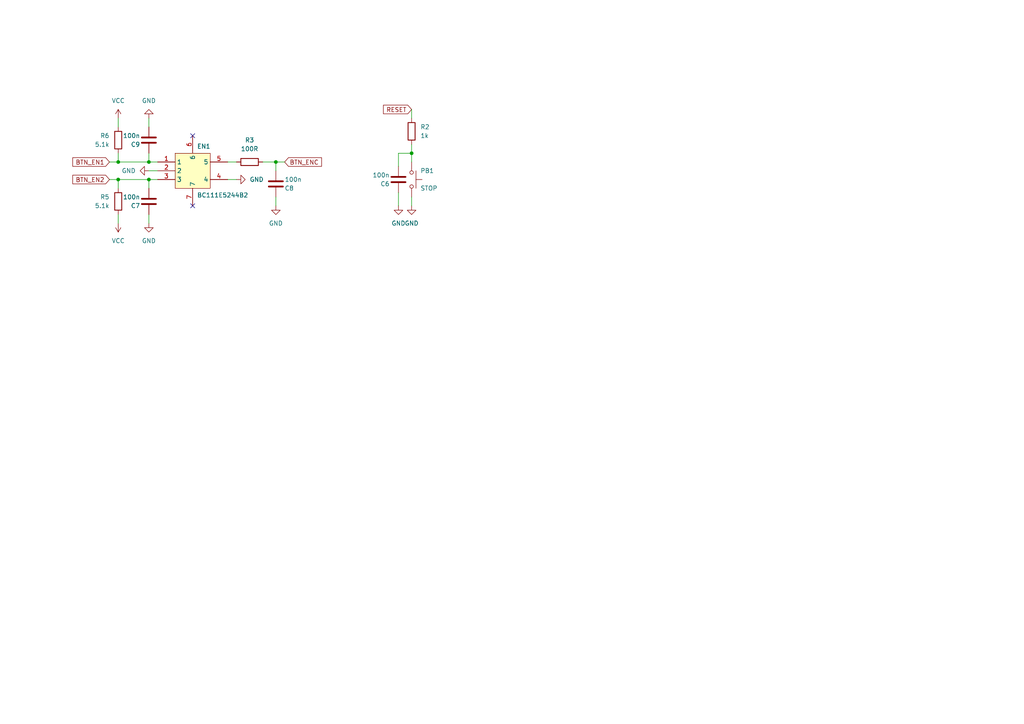
<source format=kicad_sch>
(kicad_sch (version 20230121) (generator eeschema)

  (uuid 7669259f-6a20-4458-b1f3-65889e35c872)

  (paper "A4")

  (lib_symbols
    (symbol "Device:C" (pin_numbers hide) (pin_names (offset 0.254)) (in_bom yes) (on_board yes)
      (property "Reference" "C" (at 0.635 2.54 0)
        (effects (font (size 1.27 1.27)) (justify left))
      )
      (property "Value" "C" (at 0.635 -2.54 0)
        (effects (font (size 1.27 1.27)) (justify left))
      )
      (property "Footprint" "" (at 0.9652 -3.81 0)
        (effects (font (size 1.27 1.27)) hide)
      )
      (property "Datasheet" "~" (at 0 0 0)
        (effects (font (size 1.27 1.27)) hide)
      )
      (property "ki_keywords" "cap capacitor" (at 0 0 0)
        (effects (font (size 1.27 1.27)) hide)
      )
      (property "ki_description" "Unpolarized capacitor" (at 0 0 0)
        (effects (font (size 1.27 1.27)) hide)
      )
      (property "ki_fp_filters" "C_*" (at 0 0 0)
        (effects (font (size 1.27 1.27)) hide)
      )
      (symbol "C_0_1"
        (polyline
          (pts
            (xy -2.032 -0.762)
            (xy 2.032 -0.762)
          )
          (stroke (width 0.508) (type default))
          (fill (type none))
        )
        (polyline
          (pts
            (xy -2.032 0.762)
            (xy 2.032 0.762)
          )
          (stroke (width 0.508) (type default))
          (fill (type none))
        )
      )
      (symbol "C_1_1"
        (pin passive line (at 0 3.81 270) (length 2.794)
          (name "~" (effects (font (size 1.27 1.27))))
          (number "1" (effects (font (size 1.27 1.27))))
        )
        (pin passive line (at 0 -3.81 90) (length 2.794)
          (name "~" (effects (font (size 1.27 1.27))))
          (number "2" (effects (font (size 1.27 1.27))))
        )
      )
    )
    (symbol "Device:R" (pin_numbers hide) (pin_names (offset 0)) (in_bom yes) (on_board yes)
      (property "Reference" "R" (at 2.032 0 90)
        (effects (font (size 1.27 1.27)))
      )
      (property "Value" "R" (at 0 0 90)
        (effects (font (size 1.27 1.27)))
      )
      (property "Footprint" "" (at -1.778 0 90)
        (effects (font (size 1.27 1.27)) hide)
      )
      (property "Datasheet" "~" (at 0 0 0)
        (effects (font (size 1.27 1.27)) hide)
      )
      (property "ki_keywords" "R res resistor" (at 0 0 0)
        (effects (font (size 1.27 1.27)) hide)
      )
      (property "ki_description" "Resistor" (at 0 0 0)
        (effects (font (size 1.27 1.27)) hide)
      )
      (property "ki_fp_filters" "R_*" (at 0 0 0)
        (effects (font (size 1.27 1.27)) hide)
      )
      (symbol "R_0_1"
        (rectangle (start -1.016 -2.54) (end 1.016 2.54)
          (stroke (width 0.254) (type default))
          (fill (type none))
        )
      )
      (symbol "R_1_1"
        (pin passive line (at 0 3.81 270) (length 1.27)
          (name "~" (effects (font (size 1.27 1.27))))
          (number "1" (effects (font (size 1.27 1.27))))
        )
        (pin passive line (at 0 -3.81 90) (length 1.27)
          (name "~" (effects (font (size 1.27 1.27))))
          (number "2" (effects (font (size 1.27 1.27))))
        )
      )
    )
    (symbol "Switch:SW_Push" (pin_numbers hide) (pin_names (offset 1.016) hide) (in_bom yes) (on_board yes)
      (property "Reference" "SW" (at 1.27 2.54 0)
        (effects (font (size 1.27 1.27)) (justify left))
      )
      (property "Value" "SW_Push" (at 0 -1.524 0)
        (effects (font (size 1.27 1.27)))
      )
      (property "Footprint" "" (at 0 5.08 0)
        (effects (font (size 1.27 1.27)) hide)
      )
      (property "Datasheet" "~" (at 0 5.08 0)
        (effects (font (size 1.27 1.27)) hide)
      )
      (property "ki_keywords" "switch normally-open pushbutton push-button" (at 0 0 0)
        (effects (font (size 1.27 1.27)) hide)
      )
      (property "ki_description" "Push button switch, generic, two pins" (at 0 0 0)
        (effects (font (size 1.27 1.27)) hide)
      )
      (symbol "SW_Push_0_1"
        (circle (center -2.032 0) (radius 0.508)
          (stroke (width 0) (type default))
          (fill (type none))
        )
        (polyline
          (pts
            (xy 0 1.27)
            (xy 0 3.048)
          )
          (stroke (width 0) (type default))
          (fill (type none))
        )
        (polyline
          (pts
            (xy 2.54 1.27)
            (xy -2.54 1.27)
          )
          (stroke (width 0) (type default))
          (fill (type none))
        )
        (circle (center 2.032 0) (radius 0.508)
          (stroke (width 0) (type default))
          (fill (type none))
        )
        (pin passive line (at -5.08 0 0) (length 2.54)
          (name "1" (effects (font (size 1.27 1.27))))
          (number "1" (effects (font (size 1.27 1.27))))
        )
        (pin passive line (at 5.08 0 180) (length 2.54)
          (name "2" (effects (font (size 1.27 1.27))))
          (number "2" (effects (font (size 1.27 1.27))))
        )
      )
    )
    (symbol "power:GND" (power) (pin_names (offset 0)) (in_bom yes) (on_board yes)
      (property "Reference" "#PWR" (at 0 -6.35 0)
        (effects (font (size 1.27 1.27)) hide)
      )
      (property "Value" "GND" (at 0 -3.81 0)
        (effects (font (size 1.27 1.27)))
      )
      (property "Footprint" "" (at 0 0 0)
        (effects (font (size 1.27 1.27)) hide)
      )
      (property "Datasheet" "" (at 0 0 0)
        (effects (font (size 1.27 1.27)) hide)
      )
      (property "ki_keywords" "global power" (at 0 0 0)
        (effects (font (size 1.27 1.27)) hide)
      )
      (property "ki_description" "Power symbol creates a global label with name \"GND\" , ground" (at 0 0 0)
        (effects (font (size 1.27 1.27)) hide)
      )
      (symbol "GND_0_1"
        (polyline
          (pts
            (xy 0 0)
            (xy 0 -1.27)
            (xy 1.27 -1.27)
            (xy 0 -2.54)
            (xy -1.27 -1.27)
            (xy 0 -1.27)
          )
          (stroke (width 0) (type default))
          (fill (type none))
        )
      )
      (symbol "GND_1_1"
        (pin power_in line (at 0 0 270) (length 0) hide
          (name "GND" (effects (font (size 1.27 1.27))))
          (number "1" (effects (font (size 1.27 1.27))))
        )
      )
    )
    (symbol "power:VCC" (power) (pin_names (offset 0)) (in_bom yes) (on_board yes)
      (property "Reference" "#PWR" (at 0 -3.81 0)
        (effects (font (size 1.27 1.27)) hide)
      )
      (property "Value" "VCC" (at 0 3.81 0)
        (effects (font (size 1.27 1.27)))
      )
      (property "Footprint" "" (at 0 0 0)
        (effects (font (size 1.27 1.27)) hide)
      )
      (property "Datasheet" "" (at 0 0 0)
        (effects (font (size 1.27 1.27)) hide)
      )
      (property "ki_keywords" "global power" (at 0 0 0)
        (effects (font (size 1.27 1.27)) hide)
      )
      (property "ki_description" "Power symbol creates a global label with name \"VCC\"" (at 0 0 0)
        (effects (font (size 1.27 1.27)) hide)
      )
      (symbol "VCC_0_1"
        (polyline
          (pts
            (xy -0.762 1.27)
            (xy 0 2.54)
          )
          (stroke (width 0) (type default))
          (fill (type none))
        )
        (polyline
          (pts
            (xy 0 0)
            (xy 0 2.54)
          )
          (stroke (width 0) (type default))
          (fill (type none))
        )
        (polyline
          (pts
            (xy 0 2.54)
            (xy 0.762 1.27)
          )
          (stroke (width 0) (type default))
          (fill (type none))
        )
      )
      (symbol "VCC_1_1"
        (pin power_in line (at 0 0 90) (length 0) hide
          (name "VCC" (effects (font (size 1.27 1.27))))
          (number "1" (effects (font (size 1.27 1.27))))
        )
      )
    )
    (symbol "reprapdiscount_smart_controller-altium-import:root_0_Encoder" (in_bom yes) (on_board yes)
      (property "Reference" "" (at 0 0 0)
        (effects (font (size 1.27 1.27)))
      )
      (property "Value" "" (at 0 0 0)
        (effects (font (size 1.27 1.27)))
      )
      (property "Footprint" "" (at 0 0 0)
        (effects (font (size 1.27 1.27)) hide)
      )
      (property "Datasheet" "" (at 0 0 0)
        (effects (font (size 1.27 1.27)) hide)
      )
      (property "ki_description" "Rotary encoder mechanical" (at 0 0 0)
        (effects (font (size 1.27 1.27)) hide)
      )
      (property "ki_fp_filters" "Rotary{space}encoder" (at 0 0 0)
        (effects (font (size 1.27 1.27)) hide)
      )
      (symbol "root_0_Encoder_1_0"
        (rectangle (start 10.16 0) (end 0 -10.16)
          (stroke (width 0) (type solid))
          (fill (type background))
        )
        (pin passive line (at -5.08 -2.54 0) (length 5.08)
          (name "1" (effects (font (size 1.27 1.27))))
          (number "1" (effects (font (size 1.27 1.27))))
        )
        (pin passive line (at -5.08 -5.08 0) (length 5.08)
          (name "2" (effects (font (size 1.27 1.27))))
          (number "2" (effects (font (size 1.27 1.27))))
        )
        (pin passive line (at -5.08 -7.62 0) (length 5.08)
          (name "3" (effects (font (size 1.27 1.27))))
          (number "3" (effects (font (size 1.27 1.27))))
        )
        (pin passive line (at 15.24 -7.62 180) (length 5.08)
          (name "4" (effects (font (size 1.27 1.27))))
          (number "4" (effects (font (size 1.27 1.27))))
        )
        (pin passive line (at 15.24 -2.54 180) (length 5.08)
          (name "5" (effects (font (size 1.27 1.27))))
          (number "5" (effects (font (size 1.27 1.27))))
        )
        (pin passive line (at 5.08 5.08 270) (length 5.08)
          (name "6" (effects (font (size 1.27 1.27))))
          (number "6" (effects (font (size 1.27 1.27))))
        )
        (pin passive line (at 5.08 -15.24 90) (length 5.08)
          (name "7" (effects (font (size 1.27 1.27))))
          (number "7" (effects (font (size 1.27 1.27))))
        )
      )
    )
  )

  (junction (at 34.29 52.07) (diameter 0) (color 0 0 0 0)
    (uuid 22e93e0e-8573-4e5e-8f66-3293c8616fac)
  )
  (junction (at 80.01 46.99) (diameter 0) (color 0 0 0 0)
    (uuid 235bd068-5623-4e1b-acf3-59dc38910024)
  )
  (junction (at 34.29 46.99) (diameter 0) (color 0 0 0 0)
    (uuid 27479f64-de28-4893-acb0-0dbb7312868f)
  )
  (junction (at 43.18 52.07) (diameter 0) (color 0 0 0 0)
    (uuid 32bb1359-b104-44ca-9308-86b2c9ceb1ec)
  )
  (junction (at 43.18 46.99) (diameter 0) (color 0 0 0 0)
    (uuid 47e73174-82de-4964-b09e-9ce66d9be240)
  )
  (junction (at 119.38 44.45) (diameter 0) (color 0 0 0 0)
    (uuid efab5d76-0e6b-4392-ae24-41fe3a277f7d)
  )

  (no_connect (at 55.88 59.69) (uuid 0ec2d401-f51a-4f14-911c-6aabf3210833))
  (no_connect (at 55.88 39.37) (uuid 9302773f-1b15-443b-b8a5-77a24be131da))

  (wire (pts (xy 43.18 52.07) (xy 45.72 52.07))
    (stroke (width 0) (type default))
    (uuid 036e03cb-6600-4cde-8ff1-d08b0e0d7c7e)
  )
  (wire (pts (xy 80.01 46.99) (xy 82.55 46.99))
    (stroke (width 0) (type default))
    (uuid 082bdbdd-ce7e-4a44-8177-a6760fe94c5c)
  )
  (wire (pts (xy 115.57 55.88) (xy 115.57 59.69))
    (stroke (width 0) (type default))
    (uuid 1036e6ac-bf68-46ef-bb97-5601b70634a3)
  )
  (wire (pts (xy 43.18 49.53) (xy 45.72 49.53))
    (stroke (width 0) (type default))
    (uuid 1da23c6f-1d58-4c7f-bab3-7deddc83dddb)
  )
  (wire (pts (xy 66.04 52.07) (xy 68.58 52.07))
    (stroke (width 0) (type default))
    (uuid 27873545-3d1b-480e-aa01-392897e710b9)
  )
  (wire (pts (xy 31.75 46.99) (xy 34.29 46.99))
    (stroke (width 0) (type default))
    (uuid 3e2409ca-c87e-4bb2-bfe5-0fdf76cd8cc0)
  )
  (wire (pts (xy 115.57 44.45) (xy 119.38 44.45))
    (stroke (width 0) (type default))
    (uuid 3fcd8dee-3fc8-4df9-9ed6-43484c76acdd)
  )
  (wire (pts (xy 119.38 44.45) (xy 119.38 46.99))
    (stroke (width 0) (type default))
    (uuid 407f53d9-98e9-4893-8bef-02ac78d3c42b)
  )
  (wire (pts (xy 43.18 44.45) (xy 43.18 46.99))
    (stroke (width 0) (type default))
    (uuid 5908753a-10e5-4782-9d03-af0c6fdd316d)
  )
  (wire (pts (xy 115.57 44.45) (xy 115.57 48.26))
    (stroke (width 0) (type default))
    (uuid 732516f0-4f74-4a49-bad8-e9b415a5c4c1)
  )
  (wire (pts (xy 80.01 57.15) (xy 80.01 59.69))
    (stroke (width 0) (type default))
    (uuid 768f9ac2-dec3-4d66-87cf-a268925b58ee)
  )
  (wire (pts (xy 80.01 46.99) (xy 80.01 49.53))
    (stroke (width 0) (type default))
    (uuid 899cd1e1-0527-4677-8393-63879bc719ac)
  )
  (wire (pts (xy 119.38 41.91) (xy 119.38 44.45))
    (stroke (width 0) (type default))
    (uuid 91e809ca-93b7-4bd1-9e81-b68952fe5956)
  )
  (wire (pts (xy 43.18 46.99) (xy 45.72 46.99))
    (stroke (width 0) (type default))
    (uuid 968085d2-1aff-485f-9a2d-de670e008c98)
  )
  (wire (pts (xy 34.29 52.07) (xy 34.29 54.61))
    (stroke (width 0) (type default))
    (uuid 970843da-6dce-409b-a089-7b0921edbf85)
  )
  (wire (pts (xy 119.38 31.75) (xy 119.38 34.29))
    (stroke (width 0) (type default))
    (uuid a6f2e8f6-23b2-4b8f-ae65-f13620e52144)
  )
  (wire (pts (xy 66.04 46.99) (xy 68.58 46.99))
    (stroke (width 0) (type default))
    (uuid a917867b-2edb-43b0-8446-ac4039678dca)
  )
  (wire (pts (xy 34.29 46.99) (xy 34.29 44.45))
    (stroke (width 0) (type default))
    (uuid b0f3b607-ab80-4384-9000-d0aa4ee73755)
  )
  (wire (pts (xy 43.18 52.07) (xy 43.18 54.61))
    (stroke (width 0) (type default))
    (uuid b2ff8cb3-d1df-4f8d-a535-d29851041896)
  )
  (wire (pts (xy 34.29 34.29) (xy 34.29 36.83))
    (stroke (width 0) (type default))
    (uuid b3e7b627-24d0-4097-b0ef-59711e99a13d)
  )
  (wire (pts (xy 43.18 52.07) (xy 34.29 52.07))
    (stroke (width 0) (type default))
    (uuid ba3f267a-93eb-40f8-b2bd-c707d1618ecf)
  )
  (wire (pts (xy 76.2 46.99) (xy 80.01 46.99))
    (stroke (width 0) (type default))
    (uuid bde94e22-867d-4e03-ae43-79adcdf88f07)
  )
  (wire (pts (xy 31.75 52.07) (xy 34.29 52.07))
    (stroke (width 0) (type default))
    (uuid c236274e-8fcb-4127-ad10-361a9a7ed103)
  )
  (wire (pts (xy 119.38 57.15) (xy 119.38 59.69))
    (stroke (width 0) (type default))
    (uuid d1fb19c8-276c-4287-888f-9817b15b0eaa)
  )
  (wire (pts (xy 43.18 62.23) (xy 43.18 64.77))
    (stroke (width 0) (type default))
    (uuid e9f777ab-ee23-44b6-8330-7656e21d158a)
  )
  (wire (pts (xy 43.18 34.29) (xy 43.18 36.83))
    (stroke (width 0) (type default))
    (uuid ee86e139-a196-406c-be86-64279c55d0f8)
  )
  (wire (pts (xy 34.29 62.23) (xy 34.29 64.77))
    (stroke (width 0) (type default))
    (uuid f9e7d2c4-490f-4c85-841a-6780eff050fa)
  )
  (wire (pts (xy 43.18 46.99) (xy 34.29 46.99))
    (stroke (width 0) (type default))
    (uuid fb7f809f-1701-4214-bce2-556c970bb91b)
  )

  (global_label "BTN_EN2" (shape input) (at 31.75 52.07 180) (fields_autoplaced)
    (effects (font (size 1.27 1.27)) (justify right))
    (uuid 086b4fec-8130-4a4d-b66e-79d954194f03)
    (property "Intersheetrefs" "${INTERSHEET_REFS}" (at 20.6195 52.07 0)
      (effects (font (size 1.27 1.27)) (justify right) hide)
    )
  )
  (global_label "BTN_ENC" (shape input) (at 82.55 46.99 0) (fields_autoplaced)
    (effects (font (size 1.27 1.27)) (justify left))
    (uuid 4328739f-155d-4c55-94c6-0a3319989585)
    (property "Intersheetrefs" "${INTERSHEET_REFS}" (at 93.741 46.99 0)
      (effects (font (size 1.27 1.27)) (justify left) hide)
    )
  )
  (global_label "BTN_EN1" (shape input) (at 31.75 46.99 180) (fields_autoplaced)
    (effects (font (size 1.27 1.27)) (justify right))
    (uuid 8208f6c6-697f-46ec-a95e-1d56ec07bd20)
    (property "Intersheetrefs" "${INTERSHEET_REFS}" (at 20.6195 46.99 0)
      (effects (font (size 1.27 1.27)) (justify right) hide)
    )
  )
  (global_label "RESET" (shape input) (at 119.38 31.75 180) (fields_autoplaced)
    (effects (font (size 1.27 1.27)) (justify right))
    (uuid d5d30b1f-8d45-422e-967f-875d715c3347)
    (property "Intersheetrefs" "${INTERSHEET_REFS}" (at 110.7291 31.75 0)
      (effects (font (size 1.27 1.27)) (justify right) hide)
    )
  )

  (symbol (lib_id "Device:R") (at 119.38 38.1 180) (unit 1)
    (in_bom yes) (on_board yes) (dnp no) (fields_autoplaced)
    (uuid 1f0c56a9-904a-4141-9562-bb648035e873)
    (property "Reference" "R2" (at 121.92 36.83 0)
      (effects (font (size 1.27 1.27)) (justify right))
    )
    (property "Value" "1k" (at 121.92 39.37 0)
      (effects (font (size 1.27 1.27)) (justify right))
    )
    (property "Footprint" "Resistor_SMD:R_0805_2012Metric_Pad1.20x1.40mm_HandSolder" (at 121.158 38.1 90)
      (effects (font (size 1.27 1.27)) hide)
    )
    (property "Datasheet" "~" (at 119.38 38.1 0)
      (effects (font (size 1.27 1.27)) hide)
    )
    (property "Digikey" "RNCP0805FTD1K00CT-ND" (at 119.38 38.1 0)
      (effects (font (size 1.27 1.27)) hide)
    )
    (pin "1" (uuid 6e756225-1a6d-40b5-93b4-5bf4814a2e63))
    (pin "2" (uuid 38a60476-3b42-497b-ac21-8d4519a1327d))
    (instances
      (project "reprapdiscount_smart_controller"
        (path "/c20eb3f6-d157-43e2-84ab-82664a430dd1"
          (reference "R2") (unit 1)
        )
        (path "/c20eb3f6-d157-43e2-84ab-82664a430dd1/6af5ec75-53ba-45c5-8ac4-f19bbadffb04"
          (reference "R2") (unit 1)
        )
      )
    )
  )

  (symbol (lib_id "power:VCC") (at 34.29 64.77 180) (unit 1)
    (in_bom yes) (on_board yes) (dnp no) (fields_autoplaced)
    (uuid 23a3db44-968f-495a-8834-f40ddee01c6c)
    (property "Reference" "#PWR031" (at 34.29 60.96 0)
      (effects (font (size 1.27 1.27)) hide)
    )
    (property "Value" "VCC" (at 34.29 69.85 0)
      (effects (font (size 1.27 1.27)))
    )
    (property "Footprint" "" (at 34.29 64.77 0)
      (effects (font (size 1.27 1.27)) hide)
    )
    (property "Datasheet" "" (at 34.29 64.77 0)
      (effects (font (size 1.27 1.27)) hide)
    )
    (pin "1" (uuid 811ae6d5-b77c-4780-9c11-97034977237e))
    (instances
      (project "reprapdiscount_smart_controller"
        (path "/c20eb3f6-d157-43e2-84ab-82664a430dd1"
          (reference "#PWR031") (unit 1)
        )
        (path "/c20eb3f6-d157-43e2-84ab-82664a430dd1/6af5ec75-53ba-45c5-8ac4-f19bbadffb04"
          (reference "#PWR012") (unit 1)
        )
      )
    )
  )

  (symbol (lib_id "power:GND") (at 43.18 64.77 0) (unit 1)
    (in_bom yes) (on_board yes) (dnp no) (fields_autoplaced)
    (uuid 349c4b1f-a3c2-447d-b053-d157022a756e)
    (property "Reference" "#PWR030" (at 43.18 71.12 0)
      (effects (font (size 1.27 1.27)) hide)
    )
    (property "Value" "GND" (at 43.18 69.85 0)
      (effects (font (size 1.27 1.27)))
    )
    (property "Footprint" "" (at 43.18 64.77 0)
      (effects (font (size 1.27 1.27)) hide)
    )
    (property "Datasheet" "" (at 43.18 64.77 0)
      (effects (font (size 1.27 1.27)) hide)
    )
    (pin "1" (uuid 84661b7e-c746-405c-be76-6d788a5ccea5))
    (instances
      (project "reprapdiscount_smart_controller"
        (path "/c20eb3f6-d157-43e2-84ab-82664a430dd1"
          (reference "#PWR030") (unit 1)
        )
        (path "/c20eb3f6-d157-43e2-84ab-82664a430dd1/6af5ec75-53ba-45c5-8ac4-f19bbadffb04"
          (reference "#PWR027") (unit 1)
        )
      )
    )
  )

  (symbol (lib_id "power:GND") (at 115.57 59.69 0) (unit 1)
    (in_bom yes) (on_board yes) (dnp no) (fields_autoplaced)
    (uuid 3f741be2-58f6-43f3-884d-bc66e2cfbea5)
    (property "Reference" "#PWR012" (at 115.57 66.04 0)
      (effects (font (size 1.27 1.27)) hide)
    )
    (property "Value" "GND" (at 115.57 64.77 0)
      (effects (font (size 1.27 1.27)))
    )
    (property "Footprint" "" (at 115.57 59.69 0)
      (effects (font (size 1.27 1.27)) hide)
    )
    (property "Datasheet" "" (at 115.57 59.69 0)
      (effects (font (size 1.27 1.27)) hide)
    )
    (pin "1" (uuid 99393eaa-20d5-43fd-84db-0230586dc670))
    (instances
      (project "reprapdiscount_smart_controller"
        (path "/c20eb3f6-d157-43e2-84ab-82664a430dd1"
          (reference "#PWR012") (unit 1)
        )
        (path "/c20eb3f6-d157-43e2-84ab-82664a430dd1/6af5ec75-53ba-45c5-8ac4-f19bbadffb04"
          (reference "#PWR031") (unit 1)
        )
      )
    )
  )

  (symbol (lib_id "Device:R") (at 34.29 40.64 0) (mirror x) (unit 1)
    (in_bom yes) (on_board yes) (dnp no)
    (uuid 57f8442b-5ba6-4a1b-ae90-269353aec7f7)
    (property "Reference" "R6" (at 31.75 39.37 0)
      (effects (font (size 1.27 1.27)) (justify right))
    )
    (property "Value" "5.1k" (at 31.75 41.91 0)
      (effects (font (size 1.27 1.27)) (justify right))
    )
    (property "Footprint" "Resistor_SMD:R_0805_2012Metric_Pad1.20x1.40mm_HandSolder" (at 32.512 40.64 90)
      (effects (font (size 1.27 1.27)) hide)
    )
    (property "Datasheet" "~" (at 34.29 40.64 0)
      (effects (font (size 1.27 1.27)) hide)
    )
    (property "Digikey" "311-5.1KARCT-ND" (at 34.29 40.64 0)
      (effects (font (size 1.27 1.27)) hide)
    )
    (pin "1" (uuid ffcd77b3-5a14-48fd-9dcf-3c0ec33d7075))
    (pin "2" (uuid 19a7a901-3727-412a-8724-e0a3d8d3f308))
    (instances
      (project "reprapdiscount_smart_controller"
        (path "/c20eb3f6-d157-43e2-84ab-82664a430dd1"
          (reference "R6") (unit 1)
        )
        (path "/c20eb3f6-d157-43e2-84ab-82664a430dd1/6af5ec75-53ba-45c5-8ac4-f19bbadffb04"
          (reference "R6") (unit 1)
        )
      )
    )
  )

  (symbol (lib_id "Switch:SW_Push") (at 119.38 52.07 270) (unit 1)
    (in_bom yes) (on_board yes) (dnp no)
    (uuid 6b397880-7fb1-42fc-aee8-ac866e3a925e)
    (property "Reference" "PB1" (at 121.92 49.53 90)
      (effects (font (size 1.27 1.27)) (justify left))
    )
    (property "Value" "STOP" (at 121.92 54.61 90)
      (effects (font (size 1.27 1.27)) (justify left))
    )
    (property "Footprint" "Button_Switch_THT:SW_PUSH_6mm_H7.3mm" (at 124.46 52.07 0)
      (effects (font (size 1.27 1.27)) hide)
    )
    (property "Datasheet" "~" (at 124.46 52.07 0)
      (effects (font (size 1.27 1.27)) hide)
    )
    (property "Digikey" "2223-TS02-66-70-BK-160-LCR-D-ND" (at 119.38 52.07 0)
      (effects (font (size 1.27 1.27)) hide)
    )
    (pin "1" (uuid bb421e6d-deee-45ad-b9b1-4684cfe43e29))
    (pin "2" (uuid 0cd9e6b1-921f-427a-8b8e-3d5fe7a7109c))
    (instances
      (project "reprapdiscount_smart_controller"
        (path "/c20eb3f6-d157-43e2-84ab-82664a430dd1"
          (reference "PB1") (unit 1)
        )
        (path "/c20eb3f6-d157-43e2-84ab-82664a430dd1/6af5ec75-53ba-45c5-8ac4-f19bbadffb04"
          (reference "PB1") (unit 1)
        )
      )
    )
  )

  (symbol (lib_id "power:GND") (at 68.58 52.07 90) (unit 1)
    (in_bom yes) (on_board yes) (dnp no) (fields_autoplaced)
    (uuid 6c35c5ad-3328-4545-be6d-88a2b579a41b)
    (property "Reference" "#PWR022" (at 74.93 52.07 0)
      (effects (font (size 1.27 1.27)) hide)
    )
    (property "Value" "GND" (at 72.39 52.07 90)
      (effects (font (size 1.27 1.27)) (justify right))
    )
    (property "Footprint" "" (at 68.58 52.07 0)
      (effects (font (size 1.27 1.27)) hide)
    )
    (property "Datasheet" "" (at 68.58 52.07 0)
      (effects (font (size 1.27 1.27)) hide)
    )
    (pin "1" (uuid 8744e16f-ebda-4f50-8ab1-dd8c7fb9cd40))
    (instances
      (project "reprapdiscount_smart_controller"
        (path "/c20eb3f6-d157-43e2-84ab-82664a430dd1"
          (reference "#PWR022") (unit 1)
        )
        (path "/c20eb3f6-d157-43e2-84ab-82664a430dd1/6af5ec75-53ba-45c5-8ac4-f19bbadffb04"
          (reference "#PWR029") (unit 1)
        )
      )
    )
  )

  (symbol (lib_id "power:GND") (at 43.18 49.53 270) (unit 1)
    (in_bom yes) (on_board yes) (dnp no) (fields_autoplaced)
    (uuid 86a53b05-a841-4056-ae8c-c5c26e7e429b)
    (property "Reference" "#PWR025" (at 36.83 49.53 0)
      (effects (font (size 1.27 1.27)) hide)
    )
    (property "Value" "GND" (at 39.37 49.53 90)
      (effects (font (size 1.27 1.27)) (justify right))
    )
    (property "Footprint" "" (at 43.18 49.53 0)
      (effects (font (size 1.27 1.27)) hide)
    )
    (property "Datasheet" "" (at 43.18 49.53 0)
      (effects (font (size 1.27 1.27)) hide)
    )
    (pin "1" (uuid 581b372e-cf2e-459b-b23c-9e6b2d70d22e))
    (instances
      (project "reprapdiscount_smart_controller"
        (path "/c20eb3f6-d157-43e2-84ab-82664a430dd1"
          (reference "#PWR025") (unit 1)
        )
        (path "/c20eb3f6-d157-43e2-84ab-82664a430dd1/6af5ec75-53ba-45c5-8ac4-f19bbadffb04"
          (reference "#PWR025") (unit 1)
        )
      )
    )
  )

  (symbol (lib_id "power:VCC") (at 34.29 34.29 0) (unit 1)
    (in_bom yes) (on_board yes) (dnp no) (fields_autoplaced)
    (uuid 981c5cad-197d-4b86-bd3f-442eaf65cd7e)
    (property "Reference" "#PWR032" (at 34.29 38.1 0)
      (effects (font (size 1.27 1.27)) hide)
    )
    (property "Value" "VCC" (at 34.29 29.21 0)
      (effects (font (size 1.27 1.27)))
    )
    (property "Footprint" "" (at 34.29 34.29 0)
      (effects (font (size 1.27 1.27)) hide)
    )
    (property "Datasheet" "" (at 34.29 34.29 0)
      (effects (font (size 1.27 1.27)) hide)
    )
    (pin "1" (uuid 13d21210-8a7b-4cc8-b4f4-a167d4e1523e))
    (instances
      (project "reprapdiscount_smart_controller"
        (path "/c20eb3f6-d157-43e2-84ab-82664a430dd1"
          (reference "#PWR032") (unit 1)
        )
        (path "/c20eb3f6-d157-43e2-84ab-82664a430dd1/6af5ec75-53ba-45c5-8ac4-f19bbadffb04"
          (reference "#PWR07") (unit 1)
        )
      )
    )
  )

  (symbol (lib_id "power:GND") (at 119.38 59.69 0) (unit 1)
    (in_bom yes) (on_board yes) (dnp no) (fields_autoplaced)
    (uuid 9c6ec8f5-9646-4ad5-948f-8ce084717cb2)
    (property "Reference" "#PWR07" (at 119.38 66.04 0)
      (effects (font (size 1.27 1.27)) hide)
    )
    (property "Value" "GND" (at 119.38 64.77 0)
      (effects (font (size 1.27 1.27)))
    )
    (property "Footprint" "" (at 119.38 59.69 0)
      (effects (font (size 1.27 1.27)) hide)
    )
    (property "Datasheet" "" (at 119.38 59.69 0)
      (effects (font (size 1.27 1.27)) hide)
    )
    (pin "1" (uuid fd108d8c-3358-496d-b3f0-e215fd69fd9b))
    (instances
      (project "reprapdiscount_smart_controller"
        (path "/c20eb3f6-d157-43e2-84ab-82664a430dd1"
          (reference "#PWR07") (unit 1)
        )
        (path "/c20eb3f6-d157-43e2-84ab-82664a430dd1/6af5ec75-53ba-45c5-8ac4-f19bbadffb04"
          (reference "#PWR032") (unit 1)
        )
      )
    )
  )

  (symbol (lib_id "Device:R") (at 34.29 58.42 0) (mirror y) (unit 1)
    (in_bom yes) (on_board yes) (dnp no)
    (uuid 9d9fa4df-aae2-4cad-99da-1c54041b65ee)
    (property "Reference" "R5" (at 31.75 57.15 0)
      (effects (font (size 1.27 1.27)) (justify left))
    )
    (property "Value" "5.1k" (at 31.75 59.69 0)
      (effects (font (size 1.27 1.27)) (justify left))
    )
    (property "Footprint" "Resistor_SMD:R_0805_2012Metric_Pad1.20x1.40mm_HandSolder" (at 36.068 58.42 90)
      (effects (font (size 1.27 1.27)) hide)
    )
    (property "Datasheet" "~" (at 34.29 58.42 0)
      (effects (font (size 1.27 1.27)) hide)
    )
    (property "Digikey" "311-5.1KARCT-ND" (at 34.29 58.42 0)
      (effects (font (size 1.27 1.27)) hide)
    )
    (pin "1" (uuid d2b39c63-dc40-471a-90f3-7e05763e5253))
    (pin "2" (uuid 92c808ec-1c25-449b-b2c7-b23700bab0b9))
    (instances
      (project "reprapdiscount_smart_controller"
        (path "/c20eb3f6-d157-43e2-84ab-82664a430dd1"
          (reference "R5") (unit 1)
        )
        (path "/c20eb3f6-d157-43e2-84ab-82664a430dd1/6af5ec75-53ba-45c5-8ac4-f19bbadffb04"
          (reference "R5") (unit 1)
        )
      )
    )
  )

  (symbol (lib_id "Device:R") (at 72.39 46.99 270) (unit 1)
    (in_bom yes) (on_board yes) (dnp no) (fields_autoplaced)
    (uuid a15a10d5-8710-427e-9759-f8a2c4a6f9dc)
    (property "Reference" "R3" (at 72.39 40.64 90)
      (effects (font (size 1.27 1.27)))
    )
    (property "Value" "100R" (at 72.39 43.18 90)
      (effects (font (size 1.27 1.27)))
    )
    (property "Footprint" "Resistor_SMD:R_0805_2012Metric_Pad1.20x1.40mm_HandSolder" (at 72.39 45.212 90)
      (effects (font (size 1.27 1.27)) hide)
    )
    (property "Datasheet" "~" (at 72.39 46.99 0)
      (effects (font (size 1.27 1.27)) hide)
    )
    (property "Digikey" "RC0805FR-07100RL" (at 72.39 46.99 0)
      (effects (font (size 1.27 1.27)) hide)
    )
    (pin "1" (uuid 3f6a820e-9382-4b7f-933e-4227e9c495de))
    (pin "2" (uuid 45b8183a-0851-46cb-bdd7-8a428f277cd0))
    (instances
      (project "reprapdiscount_smart_controller"
        (path "/c20eb3f6-d157-43e2-84ab-82664a430dd1"
          (reference "R3") (unit 1)
        )
        (path "/c20eb3f6-d157-43e2-84ab-82664a430dd1/6af5ec75-53ba-45c5-8ac4-f19bbadffb04"
          (reference "R3") (unit 1)
        )
      )
    )
  )

  (symbol (lib_id "power:GND") (at 80.01 59.69 0) (unit 1)
    (in_bom yes) (on_board yes) (dnp no) (fields_autoplaced)
    (uuid a1f877e2-23aa-4768-901f-21ffb520cffa)
    (property "Reference" "#PWR027" (at 80.01 66.04 0)
      (effects (font (size 1.27 1.27)) hide)
    )
    (property "Value" "GND" (at 80.01 64.77 0)
      (effects (font (size 1.27 1.27)))
    )
    (property "Footprint" "" (at 80.01 59.69 0)
      (effects (font (size 1.27 1.27)) hide)
    )
    (property "Datasheet" "" (at 80.01 59.69 0)
      (effects (font (size 1.27 1.27)) hide)
    )
    (pin "1" (uuid 5a55cdb5-6a41-4eca-aca2-1f2ffa6b44e3))
    (instances
      (project "reprapdiscount_smart_controller"
        (path "/c20eb3f6-d157-43e2-84ab-82664a430dd1"
          (reference "#PWR027") (unit 1)
        )
        (path "/c20eb3f6-d157-43e2-84ab-82664a430dd1/6af5ec75-53ba-45c5-8ac4-f19bbadffb04"
          (reference "#PWR030") (unit 1)
        )
      )
    )
  )

  (symbol (lib_id "Device:C") (at 43.18 58.42 0) (mirror x) (unit 1)
    (in_bom yes) (on_board yes) (dnp no)
    (uuid a8445202-5d9e-41be-8027-89d93b3213c5)
    (property "Reference" "C7" (at 40.64 59.69 0)
      (effects (font (size 1.27 1.27)) (justify right))
    )
    (property "Value" "100n" (at 40.64 57.15 0)
      (effects (font (size 1.27 1.27)) (justify right))
    )
    (property "Footprint" "Capacitor_SMD:C_0805_2012Metric_Pad1.18x1.45mm_HandSolder" (at 44.1452 54.61 0)
      (effects (font (size 1.27 1.27)) hide)
    )
    (property "Datasheet" "~" (at 43.18 58.42 0)
      (effects (font (size 1.27 1.27)) hide)
    )
    (property "Digikey" "478-KGM21NR71H104KMCT-ND" (at 43.18 58.42 0)
      (effects (font (size 1.27 1.27)) hide)
    )
    (pin "1" (uuid ba50d005-c11e-4ff8-8029-e25fb987949a))
    (pin "2" (uuid 54cf8363-4d46-45d1-80d6-40756581b66a))
    (instances
      (project "reprapdiscount_smart_controller"
        (path "/c20eb3f6-d157-43e2-84ab-82664a430dd1"
          (reference "C7") (unit 1)
        )
        (path "/c20eb3f6-d157-43e2-84ab-82664a430dd1/6af5ec75-53ba-45c5-8ac4-f19bbadffb04"
          (reference "C7") (unit 1)
        )
      )
    )
  )

  (symbol (lib_id "Device:C") (at 115.57 52.07 0) (mirror x) (unit 1)
    (in_bom yes) (on_board yes) (dnp no)
    (uuid abe2a282-2768-4dbc-bcf6-dabee0813e04)
    (property "Reference" "C6" (at 113.03 53.34 0)
      (effects (font (size 1.27 1.27)) (justify right))
    )
    (property "Value" "100n" (at 113.03 50.8 0)
      (effects (font (size 1.27 1.27)) (justify right))
    )
    (property "Footprint" "Capacitor_SMD:C_0805_2012Metric_Pad1.18x1.45mm_HandSolder" (at 116.5352 48.26 0)
      (effects (font (size 1.27 1.27)) hide)
    )
    (property "Datasheet" "~" (at 115.57 52.07 0)
      (effects (font (size 1.27 1.27)) hide)
    )
    (property "Digikey" "478-KGM21NR71H104KMCT-ND" (at 115.57 52.07 0)
      (effects (font (size 1.27 1.27)) hide)
    )
    (pin "1" (uuid 1ca9e531-3eb9-4819-ad08-0460d7bf6c19))
    (pin "2" (uuid dc3b0bff-43af-47b4-a98b-e8db41809345))
    (instances
      (project "reprapdiscount_smart_controller"
        (path "/c20eb3f6-d157-43e2-84ab-82664a430dd1"
          (reference "C6") (unit 1)
        )
        (path "/c20eb3f6-d157-43e2-84ab-82664a430dd1/6af5ec75-53ba-45c5-8ac4-f19bbadffb04"
          (reference "C6") (unit 1)
        )
      )
    )
  )

  (symbol (lib_id "power:GND") (at 43.18 34.29 180) (unit 1)
    (in_bom yes) (on_board yes) (dnp no) (fields_autoplaced)
    (uuid b87fd5e3-728a-436a-8862-fde727bbeece)
    (property "Reference" "#PWR029" (at 43.18 27.94 0)
      (effects (font (size 1.27 1.27)) hide)
    )
    (property "Value" "GND" (at 43.18 29.21 0)
      (effects (font (size 1.27 1.27)))
    )
    (property "Footprint" "" (at 43.18 34.29 0)
      (effects (font (size 1.27 1.27)) hide)
    )
    (property "Datasheet" "" (at 43.18 34.29 0)
      (effects (font (size 1.27 1.27)) hide)
    )
    (pin "1" (uuid de04dfcf-f20e-4184-89fb-c3730ebcf951))
    (instances
      (project "reprapdiscount_smart_controller"
        (path "/c20eb3f6-d157-43e2-84ab-82664a430dd1"
          (reference "#PWR029") (unit 1)
        )
        (path "/c20eb3f6-d157-43e2-84ab-82664a430dd1/6af5ec75-53ba-45c5-8ac4-f19bbadffb04"
          (reference "#PWR022") (unit 1)
        )
      )
    )
  )

  (symbol (lib_id "Device:C") (at 43.18 40.64 0) (mirror x) (unit 1)
    (in_bom yes) (on_board yes) (dnp no)
    (uuid e12c37f2-ab02-435d-9413-70fd93ad0e57)
    (property "Reference" "C9" (at 40.64 41.91 0)
      (effects (font (size 1.27 1.27)) (justify right))
    )
    (property "Value" "100n" (at 40.64 39.37 0)
      (effects (font (size 1.27 1.27)) (justify right))
    )
    (property "Footprint" "Capacitor_SMD:C_0805_2012Metric_Pad1.18x1.45mm_HandSolder" (at 44.1452 36.83 0)
      (effects (font (size 1.27 1.27)) hide)
    )
    (property "Datasheet" "~" (at 43.18 40.64 0)
      (effects (font (size 1.27 1.27)) hide)
    )
    (property "Digikey" "478-KGM21NR71H104KMCT-ND" (at 43.18 40.64 0)
      (effects (font (size 1.27 1.27)) hide)
    )
    (pin "1" (uuid cf2a6d22-6ef0-45e4-bb93-21dacdeef90c))
    (pin "2" (uuid aa16faae-44f0-4347-b5a1-a644caad17fc))
    (instances
      (project "reprapdiscount_smart_controller"
        (path "/c20eb3f6-d157-43e2-84ab-82664a430dd1"
          (reference "C9") (unit 1)
        )
        (path "/c20eb3f6-d157-43e2-84ab-82664a430dd1/6af5ec75-53ba-45c5-8ac4-f19bbadffb04"
          (reference "C9") (unit 1)
        )
      )
    )
  )

  (symbol (lib_id "reprapdiscount_smart_controller-altium-import:root_0_Encoder") (at 50.8 44.45 0) (unit 1)
    (in_bom yes) (on_board yes) (dnp no)
    (uuid f7b08f51-899d-4425-8b6d-265f47546327)
    (property "Reference" "EN1" (at 57.15 43.18 0)
      (effects (font (size 1.27 1.27)) (justify left bottom))
    )
    (property "Value" "BC111E5244B2" (at 57.15 55.88 0)
      (effects (font (size 1.27 1.27)) (justify left top))
    )
    (property "Footprint" "reprapdiscount_smart_controller:ROTARY ENCODER" (at 50.8 44.45 0)
      (effects (font (size 1.27 1.27)) hide)
    )
    (property "Datasheet" "" (at 50.8 44.45 0)
      (effects (font (size 1.27 1.27)) hide)
    )
    (property "Digikey" "PEC11R-4215K-S0024-ND" (at 50.8 44.45 0)
      (effects (font (size 1.27 1.27)) hide)
    )
    (pin "1" (uuid 638f41db-27e5-4a6a-95d6-ed06ef98585d))
    (pin "2" (uuid e735be5a-8898-4d0d-b9b0-4e1ec7e67f27))
    (pin "3" (uuid 574b483b-0336-4157-ae8b-38bc7e00ef36))
    (pin "4" (uuid 399b5948-5c2c-45b5-9962-38935cb15715))
    (pin "5" (uuid 6285b533-62d8-4005-be34-2e659bec4c48))
    (pin "6" (uuid c0ad7226-c11a-444d-ab45-658ec2189f0f))
    (pin "7" (uuid f8d97765-781e-4a60-9436-a9b64fc47df5))
    (instances
      (project "reprapdiscount_smart_controller"
        (path "/c20eb3f6-d157-43e2-84ab-82664a430dd1"
          (reference "EN1") (unit 1)
        )
        (path "/c20eb3f6-d157-43e2-84ab-82664a430dd1/6af5ec75-53ba-45c5-8ac4-f19bbadffb04"
          (reference "EN1") (unit 1)
        )
      )
    )
  )

  (symbol (lib_id "Device:C") (at 80.01 53.34 180) (unit 1)
    (in_bom yes) (on_board yes) (dnp no)
    (uuid fed823a9-b6f0-48d3-a465-662955f14c28)
    (property "Reference" "C8" (at 82.55 54.61 0)
      (effects (font (size 1.27 1.27)) (justify right))
    )
    (property "Value" "100n" (at 82.55 52.07 0)
      (effects (font (size 1.27 1.27)) (justify right))
    )
    (property "Footprint" "Capacitor_SMD:C_0805_2012Metric_Pad1.18x1.45mm_HandSolder" (at 79.0448 49.53 0)
      (effects (font (size 1.27 1.27)) hide)
    )
    (property "Datasheet" "~" (at 80.01 53.34 0)
      (effects (font (size 1.27 1.27)) hide)
    )
    (property "Digikey" "478-KGM21NR71H104KMCT-ND" (at 80.01 53.34 0)
      (effects (font (size 1.27 1.27)) hide)
    )
    (pin "1" (uuid 7d577f53-a76b-4b1e-8ac1-9feb65c82f99))
    (pin "2" (uuid 863e7106-2a83-4832-bf71-1b2da3ebda00))
    (instances
      (project "reprapdiscount_smart_controller"
        (path "/c20eb3f6-d157-43e2-84ab-82664a430dd1"
          (reference "C8") (unit 1)
        )
        (path "/c20eb3f6-d157-43e2-84ab-82664a430dd1/6af5ec75-53ba-45c5-8ac4-f19bbadffb04"
          (reference "C8") (unit 1)
        )
      )
    )
  )
)

</source>
